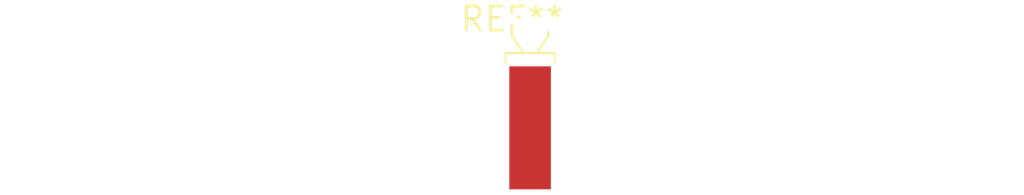
<source format=kicad_pcb>
(kicad_pcb (version 20240108) (generator pcbnew)
  (layers (0 "F.Cu" signal) (31 "B.Cu" signal) (34 "B.Paste" user) (35 "F.Paste" user) (36 "B.SilkS" user "B.Silkscreen") (37 "F.SilkS" user "F.Silkscreen") (38 "B.Mask" user) (39 "F.Mask" user) (44 "Edge.Cuts" user))
  (net 0 "")
  (footprint "Crystal_C26-LF_D2.1mm_L6.5mm_Horizontal_1EP_style1" (layer "F.Cu") (at 0 0)
    (property "Reference" "REF**")
    (property "Value" "Crystal_C26-LF_D2.1mm_L6.5mm_Horizontal_1EP_style1")
    (fp_line (start -0.35 1.8) (end 2.25 1.8) (layer "F.SilkS") (stroke (width 0.12)))
    (fp_line (start -0.35 2.3) (end -0.35 1.8) (layer "F.SilkS") (stroke (width 0.12)))
    (fp_line (start 0 0.9) (end 0 0.7) (layer "F.SilkS") (stroke (width 0.12)))
    (fp_line (start 0.6 1.8) (end 0 0.9) (layer "F.SilkS") (stroke (width 0.12)))
    (fp_line (start 1.3 1.8) (end 1.9 0.9) (layer "F.SilkS") (stroke (width 0.12)))
    (fp_line (start 1.9 0.9) (end 1.9 0.7) (layer "F.SilkS") (stroke (width 0.12)))
    (fp_line (start 2.25 1.8) (end 2.25 2.3) (layer "F.SilkS") (stroke (width 0.12)))
    (pad "1" thru_hole circle (at 0 0) (size 1 1) (drill 0.5) (layers *.Cu *.Mask) (remove_unused_layers))
    (pad "2" thru_hole circle (at 1.9 0) (size 1 1) (drill 0.5) (layers *.Cu *.Mask) (remove_unused_layers))
    (pad "3" smd rect (at 0.95 5.75) (size 2.2 6.5) (layers "F.Cu" "F.Paste" "F.Mask"))
  )
)
</source>
